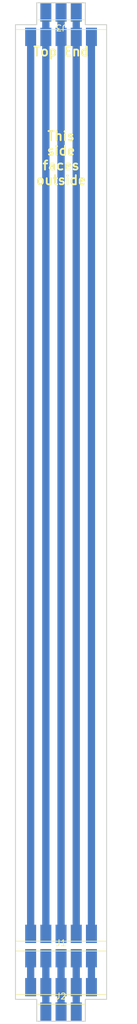
<source format=kicad_pcb>
(kicad_pcb (version 20201002) (generator pcbnew)

  (general
    (thickness 1.6)
  )

  (paper "A4")
  (layers
    (0 "F.Cu" signal)
    (31 "B.Cu" signal)
    (32 "B.Adhes" user "B.Adhesive")
    (33 "F.Adhes" user "F.Adhesive")
    (34 "B.Paste" user)
    (35 "F.Paste" user)
    (36 "B.SilkS" user "B.Silkscreen")
    (37 "F.SilkS" user "F.Silkscreen")
    (38 "B.Mask" user)
    (39 "F.Mask" user)
    (40 "Dwgs.User" user "User.Drawings")
    (41 "Cmts.User" user "User.Comments")
    (42 "Eco1.User" user "User.Eco1")
    (43 "Eco2.User" user "User.Eco2")
    (44 "Edge.Cuts" user)
    (45 "Margin" user)
    (46 "B.CrtYd" user "B.Courtyard")
    (47 "F.CrtYd" user "F.Courtyard")
    (48 "B.Fab" user)
    (49 "F.Fab" user)
  )

  (setup
    (stackup
      (layer "F.SilkS" (type "Top Silk Screen"))
      (layer "F.Paste" (type "Top Solder Paste"))
      (layer "F.Mask" (type "Top Solder Mask") (color "Green") (thickness 0.01))
      (layer "F.Cu" (type "copper") (thickness 0.035))
      (layer "dielectric 1" (type "core") (thickness 1.51) (material "FR4") (epsilon_r 4.5) (loss_tangent 0.02))
      (layer "B.Cu" (type "copper") (thickness 0.035))
      (layer "B.Mask" (type "Bottom Solder Mask") (color "Green") (thickness 0.01))
      (layer "B.Paste" (type "Bottom Solder Paste"))
      (layer "B.SilkS" (type "Bottom Silk Screen"))
      (copper_finish "None")
      (dielectric_constraints no)
    )
    (grid_origin 150 150)
    (pcbplotparams
      (layerselection 0x00010fc_ffffffff)
      (usegerberextensions false)
      (usegerberattributes true)
      (usegerberadvancedattributes true)
      (creategerberjobfile true)
      (svguseinch false)
      (svgprecision 6)
      (excludeedgelayer true)
      (linewidth 0.100000)
      (plotframeref false)
      (viasonmask false)
      (mode 1)
      (useauxorigin false)
      (hpglpennumber 1)
      (hpglpenspeed 20)
      (hpglpendiameter 15.000000)
      (psnegative false)
      (psa4output false)
      (plotreference true)
      (plotvalue true)
      (plotinvisibletext false)
      (sketchpadsonfab false)
      (subtractmaskfromsilk false)
      (outputformat 1)
      (mirror false)
      (drillshape 1)
      (scaleselection 1)
      (outputdirectory "")
    )
  )


  (net 0 "")
  (net 1 "/tru_b1")
  (net 2 "/tru_b2")
  (net 3 "/tru_b3")
  (net 4 "/tru_b4")
  (net 5 "/tru_b5")
  (net 6 "/mesh_dn0r")
  (net 7 "/mesh_dn1r")
  (net 8 "Net-(J1-Pad13)")
  (net 9 "/mesh_dn1s")
  (net 10 "/mesh_dn0s")
  (net 11 "/tru_t1")
  (net 12 "/tru_t2")
  (net 13 "/tru_t3")
  (net 14 "/tru_t4")
  (net 15 "/tru_t5")
  (net 16 "/mesh_up0r")
  (net 17 "/mesh_up1r")
  (net 18 "Net-(J1-Pad3)")
  (net 19 "/mesh_up1s")
  (net 20 "/mesh_up0s")
  (net 21 "Net-(J2-Pad13)")
  (net 22 "Net-(J2-Pad12)")
  (net 23 "Net-(J2-Pad11)")
  (net 24 "Net-(J2-Pad5)")
  (net 25 "Net-(J2-Pad4)")
  (net 26 "Net-(J2-Pad3)")
  (net 27 "Net-(J2-Pad2)")
  (net 28 "Net-(J2-Pad1)")
  (net 29 "Net-(J3-Pad13)")
  (net 30 "Net-(J3-Pad12)")
  (net 31 "Net-(J3-Pad11)")
  (net 32 "Net-(J3-Pad5)")
  (net 33 "Net-(J3-Pad4)")
  (net 34 "Net-(J3-Pad3)")
  (net 35 "Net-(J3-Pad2)")
  (net 36 "Net-(J3-Pad1)")

  (module "common_footprints:8mm_plug" (layer "F.Cu") (tedit 5F75A915) (tstamp 1811a88f-07ba-47da-8eb6-fe2ae8cc9dcf)
    (at 150 182.1)
    (property "Sheet file" "/home/user/research/rotohsm/prototype/mech_pcbs/rotor_vstrut_pcb/rotor_vstrut_pcb.kicad_sch")
    (property "Sheet name" "")
    (path "/6a9bf823-0c9e-40ee-9e07-825e78b3c53a")
    (attr through_hole)
    (fp_text reference "J2" (at 0 -0.5 unlocked) (layer "F.SilkS")
      (effects (font (size 1 1) (thickness 0.15)))
      (tstamp 1ba37284-f52b-4334-9b24-c6ad10f6ae08)
    )
    (fp_text value "bottom" (at 0 1 unlocked) (layer "F.Fab")
      (effects (font (size 1 1) (thickness 0.15)))
      (tstamp 9271be02-443a-4a50-a128-863f1290b8f9)
    )
    (fp_text user "${REF}" (at 0 2.5 unlocked) (layer "F.Fab")
      (effects (font (size 1 1) (thickness 0.15)))
      (tstamp 94cda8c2-2cbc-4ba6-85ee-0f564fa51428)
    )
    (fp_line (start -4 0.8) (end 4 0.8) (layer "F.SilkS") (width 0.12) (tstamp bc372730-b3cb-4ca1-88fe-4941db99ba3d))
    (fp_line (start 7.5 -0.8) (end -7.5 -0.8) (layer "F.SilkS") (width 0.12) (tstamp c04d7f76-407c-40fb-bf03-b9333d605e63))
    (fp_rect (start -7.5 0) (end 7.5 -5.6) (layer "Dwgs.User") (width 0.1) (tstamp 2f28587c-ff16-4234-8967-2a714fa9060b))
    (fp_rect (start -4 0) (end 4 4) (layer "Dwgs.User") (width 0.1) (tstamp 2fdf1ac6-a1d9-4222-86e8-8200e5afc5e6))
    (pad "1" smd rect (at -5 -2) (size 1.8 3) (layers "F.Cu" "F.Mask")
      (net 28 "Net-(J2-Pad1)") (tstamp e68ca7e5-9914-4dd9-bf75-6c51012f351d))
    (pad "2" smd rect (at -2.5 -2) (size 1.8 3) (layers "F.Cu" "F.Mask")
      (net 27 "Net-(J2-Pad2)") (tstamp c65d26c3-7760-41d9-90ad-be5295b773bf))
    (pad "3" smd rect (at 0 -2) (size 1.8 3) (layers "F.Cu" "F.Mask")
      (net 26 "Net-(J2-Pad3)") (tstamp 9363fde8-3b4d-4f54-a869-795ef2ffa4f7))
    (pad "4" smd rect (at 2.5 -2) (size 1.8 3) (layers "F.Cu" "F.Mask")
      (net 25 "Net-(J2-Pad4)") (tstamp 565fcf28-eed1-4ba9-8cd4-b94a8bf64ab7))
    (pad "5" smd rect (at 5 -2) (size 1.8 3) (layers "F.Cu" "F.Mask")
      (net 24 "Net-(J2-Pad5)") (tstamp e2713ae1-22cf-470a-be57-bb1f73003e8f))
    (pad "6" smd rect (at 5 -2) (size 1.8 3) (layers "B.Cu" "B.Mask")
      (net 5 "/tru_b5") (tstamp ca29ad93-d5bb-44d7-99e5-6ab822f96799))
    (pad "7" smd rect (at 2.5 -2) (size 1.8 3) (layers "B.Cu" "B.Mask")
      (net 4 "/tru_b4") (tstamp b5b1aaaf-670f-4a0f-812b-22b6cd6c7497))
    (pad "8" smd rect (at 0 -2) (size 1.8 3) (layers "B.Cu" "B.Mask")
      (net 3 "/tru_b3") (tstamp a7f0217e-b0e0-4e71-b7e8-0a5fa24c2040))
    (pad "9" smd rect (at -2.5 -2) (size 1.8 3) (layers "B.Cu" "B.Mask")
      (net 2 "/tru_b2") (tstamp e52e38a2-2f37-4de1-9a48-d2cf13da969a))
    (pad "10" smd rect (at -5 -2) (size 1.8 3) (layers "B.Cu" "B.Mask")
      (net 1 "/tru_b1") (tstamp a0b7607d-206b-4d94-9484-16b8eef74204))
    (pad "11" smd rect (at -2.5 2) (size 1.8 3) (layers "F.Cu" "F.Mask")
      (net 23 "Net-(J2-Pad11)") (tstamp 5f642a79-6563-491c-ae1e-a7f722bfaff6))
    (pad "12" smd rect (at 0 2) (size 1.8 3) (layers "F.Cu" "F.Mask")
      (net 22 "Net-(J2-Pad12)") (tstamp 3e221bb2-8d40-427b-8268-55feadd671e9))
    (pad "13" smd rect (at 2.5 2) (size 1.8 3) (layers "F.Cu" "F.Mask")
      (net 21 "Net-(J2-Pad13)") (tstamp d08a1a97-78b9-4609-886e-285d5323741a))
    (pad "14" smd rect (at 2.5 2) (size 1.8 3) (layers "B.Cu" "B.Mask")
      (net 4 "/tru_b4") (tstamp 782d79ad-1e27-44e1-a0dc-41c99d2b4a86))
    (pad "15" smd rect (at 0 2) (size 1.8 3) (layers "B.Cu" "B.Mask")
      (net 3 "/tru_b3") (tstamp 25da4e39-7f9c-4ae8-b34c-ce77f1175f93))
    (pad "16" smd rect (at -2.5 2) (size 1.8 3) (layers "B.Cu" "B.Mask")
      (net 2 "/tru_b2") (tstamp 85f13824-9eb5-4d0c-9f3c-fc8208fef61f))
  )

  (module "common_footprints:15mm_plug" (layer "F.Cu") (tedit 5F75A9AD) (tstamp 578b0775-c05a-42d7-9223-0db1f2d9868f)
    (at 150 173.35)
    (property "Sheet file" "/home/user/research/rotohsm/prototype/mech_pcbs/rotor_vstrut_pcb/rotor_vstrut_pcb.kicad_sch")
    (property "Sheet name" "")
    (path "/92226583-c767-4448-ada0-e9e18d9afd62")
    (attr through_hole)
    (fp_text reference "J1" (at 0 -0.5 unlocked) (layer "F.SilkS")
      (effects (font (size 1 1) (thickness 0.15)))
      (tstamp 1cd09dcd-b0bf-4c50-ad33-845bc7b9011f)
    )
    (fp_text value "base" (at 0 1 unlocked) (layer "F.Fab")
      (effects (font (size 1 1) (thickness 0.15)))
      (tstamp 608c5e61-3b3a-46a9-98bd-49f58e6b0b8b)
    )
    (fp_line (start 7.5 0.816678) (end -7.5 0.816678) (layer "F.SilkS") (width 0.12) (tstamp aa6f2624-48f1-4e27-881c-f916354ca6bd))
    (fp_line (start 7.5 -0.8) (end -7.5 -0.8) (layer "F.SilkS") (width 0.12) (tstamp eb55638e-737e-4759-9c56-6ab8ecd68a82))
    (fp_rect (start -7.5 3.8) (end 7.5 -3.8) (layer "Dwgs.User") (width 0.1) (tstamp 5254e3c0-44e4-406e-89db-13ddc4266440))
    (pad "1" smd rect (at -5 -2) (size 1.8 3) (layers "F.Cu" "F.Mask")
      (net 20 "/mesh_up0s") (tstamp db4813ca-edcf-4455-b7b6-1ee276e50d77))
    (pad "2" smd rect (at -2.5 -2) (size 1.8 3) (layers "F.Cu" "F.Mask")
      (net 19 "/mesh_up1s") (tstamp 339c138d-11e1-4580-8273-c03593055b06))
    (pad "3" smd rect (at 0 -2) (size 1.8 3) (layers "F.Cu" "F.Mask")
      (net 18 "Net-(J1-Pad3)") (tstamp dcb12864-6b8c-4cc7-aa7b-7189ce25c624))
    (pad "4" smd rect (at 2.5 -2) (size 1.8 3) (layers "F.Cu" "F.Mask")
      (net 17 "/mesh_up1r") (tstamp 991d6c45-e6c6-4c3e-9126-4a9d19280017))
    (pad "5" smd rect (at 5 -2) (size 1.8 3) (layers "F.Cu" "F.Mask")
      (net 16 "/mesh_up0r") (tstamp 99248d61-e1f8-4d3d-ab6b-2d48b6f464d7))
    (pad "6" smd rect (at 5 -2) (size 1.8 3) (layers "B.Cu" "B.Mask")
      (net 15 "/tru_t5") (tstamp 53b52266-57e7-491e-8c81-9c0e3f691e18))
    (pad "7" smd rect (at 2.5 -2) (size 1.8 3) (layers "B.Cu" "B.Mask")
      (net 14 "/tru_t4") (tstamp 4bd9cea0-2f05-4944-a473-619dade1aea1))
    (pad "8" smd rect (at 0 -2) (size 1.8 3) (layers "B.Cu" "B.Mask")
      (net 13 "/tru_t3") (tstamp f4b3ae38-6b8c-4102-969c-e529609188d2))
    (pad "9" smd rect (at -2.5 -2) (size 1.8 3) (layers "B.Cu" "B.Mask")
      (net 12 "/tru_t2") (tstamp 6d760d27-14b9-4f22-b4d2-6b22690b6031))
    (pad "10" smd rect (at -5 -2) (size 1.8 3) (layers "B.Cu" "B.Mask")
      (net 11 "/tru_t1") (tstamp 70934b00-c6de-4654-932a-f96931c390a6))
    (pad "11" smd rect (at -5 2) (size 1.8 3) (layers "F.Cu" "F.Mask")
      (net 10 "/mesh_dn0s") (tstamp 0ab5e659-97d0-4460-9045-f197edafd4d2))
    (pad "12" smd rect (at -2.5 2) (size 1.8 3) (layers "F.Cu" "F.Mask")
      (net 9 "/mesh_dn1s") (tstamp 6557a358-f412-4c01-864f-614b5ca54506))
    (pad "13" smd rect (at 0 2) (size 1.8 3) (layers "F.Cu" "F.Mask")
      (net 8 "Net-(J1-Pad13)") (tstamp 4a1dca45-9355-4042-aadd-7139127a06bc))
    (pad "14" smd rect (at 2.5 2) (size 1.8 3) (layers "F.Cu" "F.Mask")
      (net 7 "/mesh_dn1r") (tstamp e434fa80-64cd-48d0-a9de-3bfc51338fe9))
    (pad "15" smd rect (at 5 2) (size 1.8 3) (layers "F.Cu" "F.Mask")
      (net 6 "/mesh_dn0r") (tstamp ed0393bc-0345-4507-afcb-1debdc38e68d))
    (pad "16" smd rect (at 5 2) (size 1.8 3) (layers "B.Cu" "B.Mask")
      (net 5 "/tru_b5") (tstamp 7cf9055e-da7b-4ce4-8797-69043580ae21))
    (pad "17" smd rect (at 2.5 2) (size 1.8 3) (layers "B.Cu" "B.Mask")
      (net 4 "/tru_b4") (tstamp beb576e7-474f-45ff-8326-a1e342cb76a3))
    (pad "18" smd rect (at 0 2) (size 1.8 3) (layers "B.Cu" "B.Mask")
      (net 3 "/tru_b3") (tstamp fa3a79f2-218e-48c1-a0c5-8153895bbd56))
    (pad "19" smd rect (at -2.5 2) (size 1.8 3) (layers "B.Cu" "B.Mask")
      (net 2 "/tru_b2") (tstamp 12e4057e-e2ce-411e-88dd-f20c70aea31e))
    (pad "20" smd rect (at -5 2) (size 1.8 3) (layers "B.Cu" "B.Mask")
      (net 1 "/tru_b1") (tstamp c3616b72-e5d4-4817-a598-4baaa7b6f3c6))
  )

  (module "common_footprints:8mm_plug" (layer "F.Cu") (tedit 5F75A915) (tstamp bc6c26a6-39e2-4b53-8e0c-279085b5aea5)
    (at 150 22.1 180)
    (property "Sheet file" "/home/user/research/rotohsm/prototype/mech_pcbs/rotor_vstrut_pcb/rotor_vstrut_pcb.kicad_sch")
    (property "Sheet name" "")
    (path "/e4993730-1dee-4842-857c-75d225e7ee51")
    (attr through_hole)
    (fp_text reference "J3" (at 0 -0.5 180 unlocked) (layer "F.SilkS")
      (effects (font (size 1 1) (thickness 0.15)))
      (tstamp 8cc520dd-36fb-4d21-ae0a-73abefdb46e9)
    )
    (fp_text value "top" (at 0 1 180 unlocked) (layer "F.Fab")
      (effects (font (size 1 1) (thickness 0.15)))
      (tstamp aa447695-4945-4158-a0e3-ea914b7e783d)
    )
    (fp_text user "${REF}" (at 0 2.5 180 unlocked) (layer "F.Fab")
      (effects (font (size 1 1) (thickness 0.15)))
      (tstamp 814abd7b-a5ab-468a-b5dd-3d40ab9e1fbc)
    )
    (fp_line (start -4 0.8) (end 4 0.8) (layer "F.SilkS") (width 0.12) (tstamp 0869d477-2f6b-4c37-ae69-6d1a04881211))
    (fp_line (start 7.5 -0.8) (end -7.5 -0.8) (layer "F.SilkS") (width 0.12) (tstamp dfab956c-51f0-446a-82e3-6358606036f2))
    (fp_rect (start -4 0) (end 4 4) (layer "Dwgs.User") (width 0.1) (tstamp 9acea00d-ca95-4a13-9c94-7210ae052901))
    (fp_rect (start -7.5 0) (end 7.5 -5.6) (layer "Dwgs.User") (width 0.1) (tstamp c65d0956-edb4-4f2f-b8cf-2947693c2809))
    (pad "1" smd rect (at -5 -2 180) (size 1.8 3) (layers "F.Cu" "F.Mask")
      (net 36 "Net-(J3-Pad1)") (tstamp b0cd47b3-61a8-444f-80ff-ee1043bb1fc2))
    (pad "2" smd rect (at -2.5 -2 180) (size 1.8 3) (layers "F.Cu" "F.Mask")
      (net 35 "Net-(J3-Pad2)") (tstamp 221446a9-40c1-492d-b924-505d48b1a82f))
    (pad "3" smd rect (at 0 -2 180) (size 1.8 3) (layers "F.Cu" "F.Mask")
      (net 34 "Net-(J3-Pad3)") (tstamp d7f67e68-5d0a-4ffd-878b-f43b19265fe8))
    (pad "4" smd rect (at 2.5 -2 180) (size 1.8 3) (layers "F.Cu" "F.Mask")
      (net 33 "Net-(J3-Pad4)") (tstamp ae05ffbc-8231-4c86-850b-e19965c6591a))
    (pad "5" smd rect (at 5 -2 180) (size 1.8 3) (layers "F.Cu" "F.Mask")
      (net 32 "Net-(J3-Pad5)") (tstamp eaaa8c6a-e360-437c-a5f3-1a232074ff90))
    (pad "6" smd rect (at 5 -2 180) (size 1.8 3) (layers "B.Cu" "B.Mask")
      (net 11 "/tru_t1") (tstamp c0caef5f-c07d-491a-9cf5-ed8d6ddc56c3))
    (pad "7" smd rect (at 2.5 -2 180) (size 1.8 3) (layers "B.Cu" "B.Mask")
      (net 12 "/tru_t2") (tstamp 455cfba5-528b-4baa-8d09-7db6ff3d2d23))
    (pad "8" smd rect (at 0 -2 180) (size 1.8 3) (layers "B.Cu" "B.Mask")
      (net 13 "/tru_t3") (tstamp 4dd1fd8b-08bb-43a6-86db-97de4c4ef16b))
    (pad "9" smd rect (at -2.5 -2 180) (size 1.8 3) (layers "B.Cu" "B.Mask")
      (net 14 "/tru_t4") (tstamp 6972ef7a-34a9-4c95-8261-77dbbd9d6673))
    (pad "10" smd rect (at -5 -2 180) (size 1.8 3) (layers "B.Cu" "B.Mask")
      (net 15 "/tru_t5") (tstamp 5834ea92-8f63-42e3-92be-b51e3d463ded))
    (pad "11" smd rect (at -2.5 2 180) (size 1.8 3) (layers "F.Cu" "F.Mask")
      (net 31 "Net-(J3-Pad11)") (tstamp ecf624ae-c9fa-4d46-af81-af7bed74f095))
    (pad "12" smd rect (at 0 2 180) (size 1.8 3) (layers "F.Cu" "F.Mask")
      (net 30 "Net-(J3-Pad12)") (tstamp 69723cb6-7063-4318-90cb-bf97845a485d))
    (pad "13" smd rect (at 2.5 2 180) (size 1.8 3) (layers "F.Cu" "F.Mask")
      (net 29 "Net-(J3-Pad13)") (tstamp 582c787d-47a8-40d4-b48a-36bb3f7d4a3a))
    (pad "14" smd rect (at 2.5 2 180) (size 1.8 3) (layers "B.Cu" "B.Mask")
      (net 12 "/tru_t2") (tstamp ccfa8fab-075e-45cd-9b8f-c85ff2fae785))
    (pad "15" smd rect (at 0 2 180) (size 1.8 3) (layers "B.Cu" "B.Mask")
      (net 13 "/tru_t3") (tstamp 07c1b7e8-b418-46c0-88f1-8ada58cc10d7))
    (pad "16" smd rect (at -2.5 2 180) (size 1.8 3) (layers "B.Cu" "B.Mask")
      (net 14 "/tru_t4") (tstamp 0b2349ca-e556-4a69-86fd-7663c8e0b979))
  )

  (gr_poly (pts
 (xy 160 172.5)
    (xy 140 172.5)
    (xy 140 25)
    (xy 160 25)) (layer "Eco1.User") (width 0.1) (tstamp 724fb27a-5098-4877-ae90-10c30d528453))
  (gr_line (start 146 18.5) (end 154 18.5) (angle 90) (layer "Edge.Cuts") (width 0.16) (tstamp 21d71c90-1663-47f2-805a-3a10bb7166bc))
  (gr_line (start 142.5 182.1) (end 146 182.1) (angle 90) (layer "Edge.Cuts") (width 0.16) (tstamp 34598794-23ad-45c5-a437-a984c0ab605a))
  (gr_line (start 154 18.5) (end 154 22.1) (angle 90) (layer "Edge.Cuts") (width 0.16) (tstamp 3547d435-8af2-4e43-ac75-cfb0f21102eb))
  (gr_line (start 154 185.7) (end 154 182.1) (angle 90) (layer "Edge.Cuts") (width 0.16) (tstamp 46859f9b-c0d1-474a-81ee-c6cb0f0e6b07))
  (gr_line (start 154 22.1) (end 157.5 22.1) (angle 90) (layer "Edge.Cuts") (width 0.16) (tstamp 4afe9ac1-c888-479e-9d7c-4bd9ef77e5bc))
  (gr_line (start 142.5 22.1) (end 146 22.1) (angle 90) (layer "Edge.Cuts") (width 0.16) (tstamp 64700040-2cea-446b-bc85-56fef465dfc5))
  (gr_line (start 146 22.1) (end 146 18.5) (angle 90) (layer "Edge.Cuts") (width 0.16) (tstamp 9d86c8d0-736f-4f12-b5ef-91d43c55d32d))
  (gr_line (start 157.5 22.1) (end 157.5 182.1) (angle 90) (layer "Edge.Cuts") (width 0.16) (tstamp a09a27f2-0a64-40fc-9420-70679a00fdd7))
  (gr_line (start 142.5 182.1) (end 142.5 22.1) (angle 90) (layer "Edge.Cuts") (width 0.16) (tstamp b7857ac5-fbd7-4184-9f11-5164268584b6))
  (gr_line (start 146 182.1) (end 146 185.7) (angle 90) (layer "Edge.Cuts") (width 0.16) (tstamp c26f97c8-3016-4d2d-91c4-ddb9d3097177))
  (gr_line (start 146 185.7) (end 154 185.7) (angle 90) (layer "Edge.Cuts") (width 0.16) (tstamp c97639af-a612-4ca5-b67b-dad9ca826124))
  (gr_line (start 154 182.1) (end 157.5 182.1) (angle 90) (layer "Edge.Cuts") (width 0.16) (tstamp fce75ced-948f-43b6-8181-f62b28ee81f7))
  (gr_text "Top End" (at 150 26.5) (layer "F.SilkS") (tstamp 80ac6bc5-2e8f-42de-871c-2dd9a2b3af69)
    (effects (font (size 1.5 1.5) (thickness 0.3)))
  )
  (gr_text "This\nside\nfaces\noutside" (at 150 44) (layer "F.SilkS") (tstamp ed777d03-f811-4342-8095-4262cac0c291)
    (effects (font (size 1.5 1.5) (thickness 0.3)))
  )
  (dimension (type aligned) (layer "Dwgs.User") (tstamp 9c6a1bb5-60ff-46ca-a879-30e77db23bc5)
    (pts (xy 157.365012 173.3) (xy 157.365012 181.3))
    (height -3.284988)
    (gr_text "8.0 mm" (at 161.8 177.3 270) (layer "Dwgs.User") (tstamp 9c6a1bb5-60ff-46ca-a879-30e77db23bc5)
      (effects (font (size 1 1) (thickness 0.15)))
    )
    (format (units 2) (units_format 1) (precision 1))
    (style (thickness 0.15) (arrow_length 1.27) (text_position_mode 0) (extension_height 0.58642) (extension_offset 0.5) keep_text_aligned)
  )

  (segment (start 145 180.1) (end 145 175.35) (width 1.2) (layer "B.Cu") (net 1) (tstamp 4ae7b818-bae2-4561-84c0-d7b4a6e0e2aa))
  (segment (start 147.5 175.35) (end 147.5 180.1) (width 1.2) (layer "B.Cu") (net 2) (tstamp 25757950-e323-4496-adef-afbb36bf9bf5))
  (segment (start 147.5 180.1) (end 147.5 184.1) (width 1.2) (layer "B.Cu") (net 2) (tstamp 8fc0ba2a-35ad-446e-82c1-ba1a3f2dcd8d))
  (segment (start 150 175.35) (end 150 175) (width 1.2) (layer "B.Cu") (net 3) (tstamp 3896094f-f341-41b1-bd92-493de9eb1922))
  (segment (start 150 180.1) (end 150 175.35) (width 1.2) (layer "B.Cu") (net 3) (tstamp 8e3f5549-b1f3-412d-93ac-9074ab43fc44))
  (segment (start 150 180.1) (end 150 184.1) (width 1.2) (layer "B.Cu") (net 3) (tstamp c417a5be-ee66-43d8-a7c3-cf02813cb449))
  (segment (start 152.5 184.1) (end 152.5 180.1) (width 1.2) (layer "B.Cu") (net 4) (tstamp 6fc9b570-aa2c-4e01-a266-8af95346bb3c))
  (segment (start 152.5 175.35) (end 152.5 180.1) (width 1.2) (layer "B.Cu") (net 4) (tstamp f8425aef-9dc3-471c-93f6-d9f59bb5837c))
  (segment (start 155 175.35) (end 155 180.1) (width 1.2) (layer "B.Cu") (net 5) (tstamp 44c391d7-0d35-46e6-94e4-9367dde0aca9))
  (segment (start 145 24.1) (end 145 171.35) (width 1.2) (layer "B.Cu") (net 11) (tstamp 9e73ea58-6be9-47f9-a377-e2a291bb84db))
  (segment (start 147.5 20.1) (end 147.5 24.1) (width 1.2) (layer "B.Cu") (net 12) (tstamp 41980f15-737f-4886-83a3-e7484f93dfd2))
  (segment (start 147.5 171.35) (end 147.5 24.1) (width 1.2) (layer "B.Cu") (net 12) (tstamp 75d0f23c-dde4-42d1-9e04-2f634eba3124))
  (segment (start 150 24.1) (end 150 171.35) (width 1.2) (layer "B.Cu") (net 13) (tstamp 0daaf576-fd6e-44a2-bfcc-2f9a922165f5))
  (segment (start 150 20.1) (end 150 24.1) (width 1.2) (layer "B.Cu") (net 13) (tstamp dd92033e-b9bb-414f-b484-42691ad5fcc8))
  (segment (start 152.5 171.35) (end 152.5 24.1) (width 1.2) (layer "B.Cu") (net 14) (tstamp 6633d749-02a7-4188-aca3-9ccd0af54fd5))
  (segment (start 152.5 20.1) (end 152.5 24.1) (width 1.2) (layer "B.Cu") (net 14) (tstamp cb30446d-82f6-471a-ac35-70af7efbf489))
  (segment (start 155 24.1) (end 155 171.35) (width 1.2) (layer "B.Cu") (net 15) (tstamp 98f58298-4fe8-4a38-8351-8c2e74b14a80))

)

</source>
